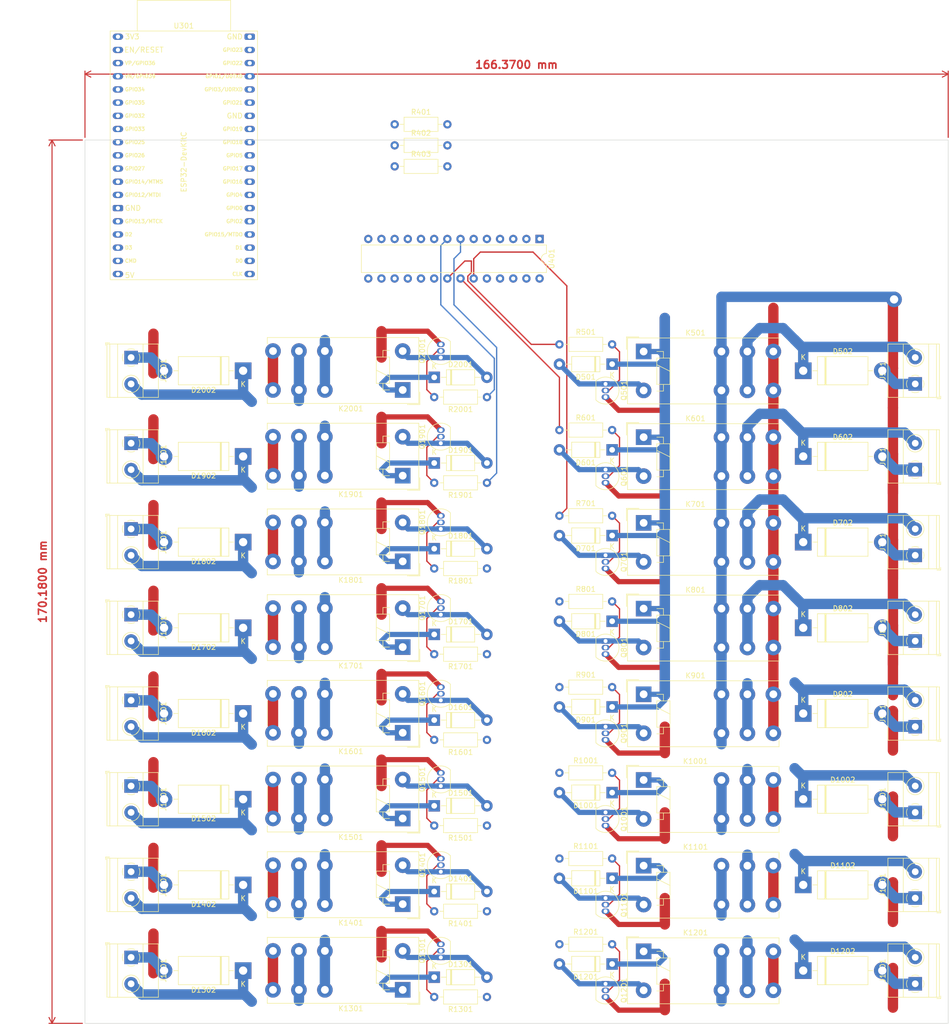
<source format=kicad_pcb>
(kicad_pcb (version 20211014) (generator pcbnew)

  (general
    (thickness 1.6)
  )

  (paper "A4")
  (layers
    (0 "F.Cu" signal)
    (31 "B.Cu" signal)
    (32 "B.Adhes" user "B.Adhesive")
    (33 "F.Adhes" user "F.Adhesive")
    (34 "B.Paste" user)
    (35 "F.Paste" user)
    (36 "B.SilkS" user "B.Silkscreen")
    (37 "F.SilkS" user "F.Silkscreen")
    (38 "B.Mask" user)
    (39 "F.Mask" user)
    (40 "Dwgs.User" user "User.Drawings")
    (41 "Cmts.User" user "User.Comments")
    (42 "Eco1.User" user "User.Eco1")
    (43 "Eco2.User" user "User.Eco2")
    (44 "Edge.Cuts" user)
    (45 "Margin" user)
    (46 "B.CrtYd" user "B.Courtyard")
    (47 "F.CrtYd" user "F.Courtyard")
    (48 "B.Fab" user)
    (49 "F.Fab" user)
    (50 "User.1" user "Nutzer.1")
    (51 "User.2" user "Nutzer.2")
    (52 "User.3" user "Nutzer.3")
    (53 "User.4" user "Nutzer.4")
    (54 "User.5" user "Nutzer.5")
    (55 "User.6" user "Nutzer.6")
    (56 "User.7" user "Nutzer.7")
    (57 "User.8" user "Nutzer.8")
    (58 "User.9" user "Nutzer.9")
  )

  (setup
    (stackup
      (layer "F.SilkS" (type "Top Silk Screen"))
      (layer "F.Paste" (type "Top Solder Paste"))
      (layer "F.Mask" (type "Top Solder Mask") (thickness 0.01))
      (layer "F.Cu" (type "copper") (thickness 0.035))
      (layer "dielectric 1" (type "core") (thickness 1.51) (material "FR4") (epsilon_r 4.5) (loss_tangent 0.02))
      (layer "B.Cu" (type "copper") (thickness 0.035))
      (layer "B.Mask" (type "Bottom Solder Mask") (thickness 0.01))
      (layer "B.Paste" (type "Bottom Solder Paste"))
      (layer "B.SilkS" (type "Bottom Silk Screen"))
      (copper_finish "None")
      (dielectric_constraints no)
    )
    (pad_to_mask_clearance 0)
    (pcbplotparams
      (layerselection 0x00010fc_ffffffff)
      (disableapertmacros false)
      (usegerberextensions false)
      (usegerberattributes true)
      (usegerberadvancedattributes true)
      (creategerberjobfile true)
      (svguseinch false)
      (svgprecision 6)
      (excludeedgelayer true)
      (plotframeref false)
      (viasonmask false)
      (mode 1)
      (useauxorigin false)
      (hpglpennumber 1)
      (hpglpenspeed 20)
      (hpglpendiameter 15.000000)
      (dxfpolygonmode true)
      (dxfimperialunits true)
      (dxfusepcbnewfont true)
      (psnegative false)
      (psa4output false)
      (plotreference true)
      (plotvalue true)
      (plotinvisibletext false)
      (sketchpadsonfab false)
      (subtractmaskfromsilk false)
      (outputformat 1)
      (mirror false)
      (drillshape 1)
      (scaleselection 1)
      (outputdirectory "")
    )
  )

  (net 0 "")
  (net 1 "+12V")
  (net 2 "/Digital/Relais Ansteuerung/C")
  (net 3 "/Digital/Relais Ansteuerung/A")
  (net 4 "/Digital/Relais Ansteuerung/D")
  (net 5 "/Digital/Relais Ansteuerung/B")
  (net 6 "Net-(Q501-Pad2)")
  (net 7 "GND")
  (net 8 "Net-(Q601-Pad2)")
  (net 9 "Net-(Q701-Pad2)")
  (net 10 "Net-(Q801-Pad2)")
  (net 11 "Net-(Q901-Pad2)")
  (net 12 "Net-(Q1001-Pad2)")
  (net 13 "Net-(Q1101-Pad2)")
  (net 14 "Net-(Q1201-Pad2)")
  (net 15 "Net-(Q1301-Pad2)")
  (net 16 "Net-(Q1401-Pad2)")
  (net 17 "Net-(Q1501-Pad2)")
  (net 18 "Net-(Q1601-Pad2)")
  (net 19 "Net-(Q1701-Pad2)")
  (net 20 "Net-(Q1801-Pad2)")
  (net 21 "Net-(Q1901-Pad2)")
  (net 22 "Net-(Q2001-Pad2)")
  (net 23 "/Digital/Relais Ansteuerung/Relais0/On")
  (net 24 "/Digital/Relais Ansteuerung/Relais1/On")
  (net 25 "/Digital/Relais Ansteuerung/Relais2/On")
  (net 26 "/Digital/Relais Ansteuerung/Relais3/On")
  (net 27 "/Digital/Relais Ansteuerung/Relais4/On")
  (net 28 "/Digital/Relais Ansteuerung/Relais5/On")
  (net 29 "/Digital/Relais Ansteuerung/Relais6/On")
  (net 30 "/Digital/Relais Ansteuerung/Relais7/On")
  (net 31 "/Digital/Relais Ansteuerung/Relais8/On")
  (net 32 "/Digital/Relais Ansteuerung/Relais9/On")
  (net 33 "/Digital/Relais Ansteuerung/Relais10/On")
  (net 34 "/Digital/Relais Ansteuerung/Relais11/On")
  (net 35 "/Digital/Relais Ansteuerung/Relais12/On")
  (net 36 "/Digital/Relais Ansteuerung/Relais13/On")
  (net 37 "/Digital/Relais Ansteuerung/Relais14/On")
  (net 38 "/Digital/Relais Ansteuerung/Relais15/On")
  (net 39 "+3V3")
  (net 40 "unconnected-(U301-Pad2)")
  (net 41 "unconnected-(U301-Pad3)")
  (net 42 "unconnected-(U301-Pad4)")
  (net 43 "unconnected-(U301-Pad5)")
  (net 44 "unconnected-(U301-Pad6)")
  (net 45 "unconnected-(U301-Pad7)")
  (net 46 "unconnected-(U301-Pad8)")
  (net 47 "unconnected-(U301-Pad9)")
  (net 48 "unconnected-(U301-Pad10)")
  (net 49 "unconnected-(U301-Pad11)")
  (net 50 "unconnected-(U301-Pad12)")
  (net 51 "unconnected-(U301-Pad13)")
  (net 52 "unconnected-(U301-Pad14)")
  (net 53 "unconnected-(U301-Pad15)")
  (net 54 "unconnected-(U301-Pad16)")
  (net 55 "unconnected-(U301-Pad17)")
  (net 56 "unconnected-(U301-Pad18)")
  (net 57 "unconnected-(U301-Pad19)")
  (net 58 "/Digital/SCL")
  (net 59 "/Digital/SDA")
  (net 60 "unconnected-(U301-Pad22)")
  (net 61 "unconnected-(U301-Pad23)")
  (net 62 "unconnected-(U301-Pad24)")
  (net 63 "unconnected-(U301-Pad25)")
  (net 64 "unconnected-(U301-Pad26)")
  (net 65 "unconnected-(U301-Pad27)")
  (net 66 "unconnected-(U301-Pad28)")
  (net 67 "unconnected-(U301-Pad29)")
  (net 68 "unconnected-(U301-Pad30)")
  (net 69 "unconnected-(U301-Pad31)")
  (net 70 "unconnected-(U301-Pad32)")
  (net 71 "unconnected-(U301-Pad33)")
  (net 72 "unconnected-(U301-Pad34)")
  (net 73 "unconnected-(U301-Pad35)")
  (net 74 "unconnected-(U301-Pad36)")
  (net 75 "unconnected-(U301-Pad37)")
  (net 76 "unconnected-(U301-Pad38)")
  (net 77 "unconnected-(U401-Pad11)")
  (net 78 "unconnected-(U401-Pad14)")
  (net 79 "~{Reset}")
  (net 80 "/Digital/Relais Ansteuerung/IntA")
  (net 81 "/Digital/Relais Ansteuerung/IntB")
  (net 82 "/Digital/Relais Ansteuerung/Relais0/AB")
  (net 83 "/Digital/Relais Ansteuerung/Relais1/AB")
  (net 84 "/Digital/Relais Ansteuerung/Relais2/AB")
  (net 85 "/Digital/Relais Ansteuerung/Relais3/AB")
  (net 86 "/Digital/Relais Ansteuerung/Relais4/AB")
  (net 87 "/Digital/Relais Ansteuerung/Relais5/AB")
  (net 88 "/Digital/Relais Ansteuerung/Relais6/AB")
  (net 89 "/Digital/Relais Ansteuerung/Relais7/AB")
  (net 90 "/Digital/Relais Ansteuerung/Relais8/AB")
  (net 91 "/Digital/Relais Ansteuerung/Relais9/AB")
  (net 92 "/Digital/Relais Ansteuerung/Relais10/AB")
  (net 93 "/Digital/Relais Ansteuerung/Relais11/AB")
  (net 94 "/Digital/Relais Ansteuerung/Relais12/AB")
  (net 95 "/Digital/Relais Ansteuerung/Relais13/AB")
  (net 96 "/Digital/Relais Ansteuerung/Relais14/AB")
  (net 97 "/Digital/Relais Ansteuerung/Relais15/AB")
  (net 98 "/Digital/Relais Ansteuerung/Relais0/mitte")
  (net 99 "/Digital/Relais Ansteuerung/Relais1/mitte")
  (net 100 "/Digital/Relais Ansteuerung/Relais2/mitte")
  (net 101 "/Digital/Relais Ansteuerung/Relais3/mitte")
  (net 102 "/Digital/Relais Ansteuerung/Relais4/mitte")
  (net 103 "/Digital/Relais Ansteuerung/Relais5/mitte")
  (net 104 "/Digital/Relais Ansteuerung/Relais6/mitte")
  (net 105 "/Digital/Relais Ansteuerung/Relais7/mitte")
  (net 106 "/Digital/Relais Ansteuerung/Relais8/mitte")
  (net 107 "/Digital/Relais Ansteuerung/Relais9/mitte")
  (net 108 "/Digital/Relais Ansteuerung/Relais10/mitte")
  (net 109 "/Digital/Relais Ansteuerung/Relais11/mitte")
  (net 110 "/Digital/Relais Ansteuerung/Relais12/mitte")
  (net 111 "/Digital/Relais Ansteuerung/Relais13/mitte")
  (net 112 "/Digital/Relais Ansteuerung/Relais14/mitte")
  (net 113 "/Digital/Relais Ansteuerung/Relais15/mitte")

  (footprint "Relay_THT:Relay_DPDT_Finder_40.52" (layer "F.Cu") (at 167.9175 156.1075 180))

  (footprint "Resistor_THT:R_Axial_DIN0207_L6.3mm_D2.5mm_P10.16mm_Horizontal" (layer "F.Cu") (at 184.15 140.97 180))

  (footprint "Relay_THT:Relay_DPDT_Finder_40.52" (layer "F.Cu") (at 214.3525 165.2025))

  (footprint "Diode_THT:D_DO-201AD_P15.24mm_Horizontal" (layer "F.Cu") (at 245.11 119.38))

  (footprint "Resistor_THT:R_Axial_DIN0207_L6.3mm_D2.5mm_P10.16mm_Horizontal" (layer "F.Cu") (at 184.15 157.48 180))

  (footprint "TerminalBlock_Phoenix:TerminalBlock_Phoenix_MKDS-1,5-2-5.08_1x02_P5.08mm_Horizontal" (layer "F.Cu") (at 115.57 166.37 -90))

  (footprint "Resistor_THT:R_Axial_DIN0207_L6.3mm_D2.5mm_P10.16mm_Horizontal" (layer "F.Cu") (at 184.15 124.46 180))

  (footprint "TerminalBlock_Phoenix:TerminalBlock_Phoenix_MKDS-1,5-2-5.08_1x02_P5.08mm_Horizontal" (layer "F.Cu") (at 266.7 88.9 90))

  (footprint "Diode_THT:D_DO-201AD_P15.24mm_Horizontal" (layer "F.Cu") (at 137.16 152.4 180))

  (footprint "TerminalBlock_Phoenix:TerminalBlock_Phoenix_MKDS-1,5-2-5.08_1x02_P5.08mm_Horizontal" (layer "F.Cu") (at 115.57 83.82 -90))

  (footprint "TerminalBlock_Phoenix:TerminalBlock_Phoenix_MKDS-1,5-2-5.08_1x02_P5.08mm_Horizontal" (layer "F.Cu") (at 115.57 67.31 -90))

  (footprint "Diode_THT:D_DO-201AD_P15.24mm_Horizontal" (layer "F.Cu") (at 245.11 102.87))

  (footprint "Diode_THT:D_DO-41_SOD81_P10.16mm_Horizontal" (layer "F.Cu") (at 173.99 71.12))

  (footprint "Relay_THT:Relay_DPDT_Finder_40.52" (layer "F.Cu") (at 167.9175 106.5775 180))

  (footprint "Package_TO_SOT_THT:TO-92_Inline" (layer "F.Cu") (at 175.26 149.86 90))

  (footprint "Diode_THT:D_DO-41_SOD81_P10.16mm_Horizontal" (layer "F.Cu") (at 173.99 54.61))

  (footprint "TerminalBlock_Phoenix:TerminalBlock_Phoenix_MKDS-1,5-2-5.08_1x02_P5.08mm_Horizontal" (layer "F.Cu") (at 266.7 171.45 90))

  (footprint "Diode_THT:D_DO-201AD_P15.24mm_Horizontal" (layer "F.Cu") (at 137.16 135.89 180))

  (footprint "Relay_THT:Relay_DPDT_Finder_40.52" (layer "F.Cu") (at 167.9175 139.5975 180))

  (footprint "Relay_THT:Relay_DPDT_Finder_40.52" (layer "F.Cu") (at 214.3525 99.1625))

  (footprint "Package_TO_SOT_THT:TO-92_Inline" (layer "F.Cu") (at 175.26 67.31 90))

  (footprint "TerminalBlock_Phoenix:TerminalBlock_Phoenix_MKDS-1,5-2-5.08_1x02_P5.08mm_Horizontal" (layer "F.Cu") (at 266.7 154.94 90))

  (footprint "Package_TO_SOT_THT:TO-92_Inline" (layer "F.Cu") (at 175.26 116.84 90))

  (footprint "Relay_THT:Relay_DPDT_Finder_40.52" (layer "F.Cu") (at 214.3525 132.1825))

  (footprint "Package_TO_SOT_THT:TO-92_Inline" (layer "F.Cu") (at 207.01 88.9 -90))

  (footprint "Diode_THT:D_DO-41_SOD81_P10.16mm_Horizontal" (layer "F.Cu") (at 173.99 104.14))

  (footprint "Resistor_THT:R_Axial_DIN0207_L6.3mm_D2.5mm_P10.16mm_Horizontal" (layer "F.Cu") (at 184.15 74.93 180))

  (footprint "Resistor_THT:R_Axial_DIN0207_L6.3mm_D2.5mm_P10.16mm_Horizontal" (layer "F.Cu") (at 184.15 107.95 180))

  (footprint "Diode_THT:D_DO-201AD_P15.24mm_Horizontal" (layer "F.Cu") (at 245.11 69.85))

  (footprint "Diode_THT:D_DO-201AD_P15.24mm_Horizontal" (layer "F.Cu") (at 245.11 53.34))

  (footprint "Resistor_THT:R_Axial_DIN0207_L6.3mm_D2.5mm_P10.16mm_Horizontal" (layer "F.Cu") (at 184.15 58.42 180))

  (footprint "Diode_THT:D_DO-41_SOD81_P10.16mm_Horizontal" (layer "F.Cu") (at 208.28 52.07 180))

  (footprint "TerminalBlock_Phoenix:TerminalBlock_Phoenix_MKDS-1,5-2-5.08_1x02_P5.08mm_Horizontal" (layer "F.Cu") (at 266.7 105.41 90))

  (footprint "Package_TO_SOT_THT:TO-92_Inline" (layer "F.Cu") (at 207.01 72.39 -90))

  (footprint "Diode_THT:D_DO-41_SOD81_P10.16mm_Horizontal" (layer "F.Cu") (at 173.99 120.65))

  (footprint "Package_TO_SOT_THT:TO-92_Inline" (layer "F.Cu") (at 207.01 138.43 -90))

  (footprint "Package_DIP:DIP-28_W7.62mm" (layer "F.Cu")
    (tedit 5A02E8C5) (tstamp 5a3299ad-be40-44c6-a132-db9976149cfe)
    (at 194.3 27.95 -90)
    (descr "28-lead though-hole mounted DIP package, row spacing 7.62 mm (300 mils)")
    (tags "THT DIP DIL PDIP 2.54mm 7.62mm 300mil")
    (property "Sheetfile" "RelaisAnsteuerung.kicad_sch")
    (property "Sheetname" "Relais Ansteuerung")
    (path "/c7d0284b-26f3-46a0-a20a-63616420e27a/e5b83e64-c70c-4e3c-91cb-1e480aa92410/902dbd01-7f47-407b-a5b6-1dfaff57274b")
    (attr through_hole)
    (fp_text reference "U401" (at 3.81 -2.33 90) (layer "F.SilkS")
      (effects (font (size 1 1) (thickness 0.15)))
      (tstamp 57ab1cb4-e8ec-4ae2-8b1e-a2da2fbc64d0)
    )
    (fp_text value "MCP23017_SP" (at 3.81 35.35 90) (layer "F.Fab")
      (effects (font (size 1 1) (thickness 0.15)))
      (tstamp b3989580-bbcb-4057-8952-abc10c94d7ab)
    )
    (fp_text user "${REFERENCE}" (at 3.81 16.51 90) (layer "F.Fab")
      (effects (font (size 1 1) (thickness 0.15)))
      (tstamp 379332a1-8d8a-479b-96b3-41aca0b414b0)
    )
    (fp_line (start 2.81 -1.33) (end 1.16 -1.33) (layer "F.SilkS") (width 0.12) (tstamp 65346526-aa6e-47b4-a67f-fc4b21047838))
    (fp_line (start 6.46 -1.33) (end 4.81 -1.33) (layer "F.SilkS") (width 0.12) (tstamp 6aae8936-52ab-4d22-a040-b628105b46f5))
    (fp_line (start 1.16 34.35) (end 6.46 34.35) (layer "F.SilkS") (width 0.12) (tstamp 7fbd2070-8c6c-4c9b-83ce-62e0461ac5ca))
    (fp_line (start 1.16 -1.33) (end 1.16 34.35) (layer "F.SilkS") (width 0.12) (tstamp afb27458-b163-4f20-908f-0a88e1883e94))
    (fp_line (start 6.46 34.35) (end 6.46 -1.33) (layer "F.SilkS") (width 0.12) (tstamp e6e0c7b0-a3eb-46ec-bd2a-4096e0dae634))
    (fp_arc (start 4.81 -1.33) (mid 3.81 -0.33) (end 2.81 -1.33) (layer "F.SilkS") (width 0.12) (tstamp e20f606a-4d4f-43f8-a3af-28b352c93b15))
    (fp_line (start -1.1 -1.55) (end -1.1 34.55) (layer "F.CrtYd") (width 0.05) (tstamp 77e618af-3092-4ac6-84a1-0ce5ed70c5f7))
    (fp_line (start 8.7 -1.55) (end -1.1 -1.55) (layer "F.CrtYd") (width 0.05) (tstamp 7f07e5a2-bf88-4f06-901d-e6c964e26090))
    (fp_line (start -1.1 34.55) (end 8.7 34.55) (layer "F.CrtYd") (width 0.05) (tstamp d9311266-a696-48b1-beb3-39ecf47ca08c))
    (fp_line (start 8.7 34.55) (end 8.7 -1.55) (layer "F.CrtYd") (width 0.05) (tstamp e509a114-efd0-48b2-a1b9-080f5ade1741))
    (fp_line (start 1.635 -1.27) (end 6.985 -1.27) (layer "F.Fab") (width 0.1) (tstamp 0ddc5984-aede-451a-a734-23522e1190e2))
    (fp_line (start 6.985 -1.27) (end 6.985 34.29) (layer "F.Fab") (width 0.1) (tstamp 15764b6d-21c5-46b6-83fb-e2f4cf2a9fa9))
    (fp_line (start 0.635 -0.27) (end 1.635 -1.27) (layer "F.Fab") (width 0.1) (tstamp 43f2d822-57d2-424d-ad1b-df69f729c8de))
    (fp_line (start 0.635 34.29) (end 0.635 -0.27) (layer "F.Fab") (width 0.1) (tstamp e84c6a87-b9e6-4fe1-8805-5fb894b338ad))
    (fp_line (start 6.985 34.29) (end 0.635 34.29) (layer "F.Fab") (width 0.1) (tstamp f0027f77-390e-47d3-b2f9-498b135fc53f))
    (pad "1" thru_hole rect (at 0 0 270) (size 1.6 1.6) (drill 0.8) (layers *.Cu *.Mask)
      (net 31 "/Digital/Relais Ansteuerung/Relais8/On") (pinfunction "GPB0") (pintype "bidirectional") (tstamp 894589f7-602d-4e27-af03-f90310b9aea1))
    (pad "2" thru_hole oval (at 0 2.54 270) (size 1.6 1.6) (drill 0.8) (layers *.Cu *.Mask)
      (net 32 "/Digital/Relais Ansteuerung/Relais9/On") (pinfunction "GPB1") (pintype "bidirectional") (tstamp 65c005f9-20bd-425e-9f40-7e8ba11de5c9))
    (pad "3" thru_hole oval (at 0 5.08 270) (size 1.6 1.6) (drill 0.8) (layers *.Cu *.Mask)
      (net 33 "/Digital/Relais Ansteuerung/Relais10/On") (pinfunction "GPB2") (pintype "bidirectional") (tstamp 8e84fca4-c2b0-41a6-b705-5c80fdce3bd6))
    (pad "4" thru_hole oval (at 0 7.62 270) (size 1.6 1.6) (drill 0.8) (layers *.Cu *.Mask)
      (net 34 "/Digital/Relais Ansteuerung/Relais11/On") (pinfunction "GPB3") (pintype "bidirectional") (tstamp 66d6735d-8ba3-4f1c-ba67-f8c4616ddf1c))
    (pad "5" thru_hole oval (at 0 10.16 270) (size 1.6 1.6) (drill 0.8) (layers *.Cu *.Mask)
      (net 35 "/Digital/Relais Ansteuerung/Relais12/On") (pinfunction "GPB4") (pintype "bidirectional") (tstamp f88c4e2c-2e9e-432e-8d39-ce4c7a88b737))
    (pad "6" thru_hole oval (at 0 12.7 270) (size 1.6 1.6) (drill 0.8) (layers *.Cu *.Mask)
      (net 36 "/Digital/Relais Ansteuerung/Relais13/On") (pinfunction "GPB5") (pintype "bidirectional") (tstamp c6b8d091-3f41-4df8-b6b7-ac83b0dc46ed))
    (pad "7" thru_hole oval (at 0 15.24 270) (size 1.6 1.6) (drill 0.8) (layers *.Cu *.Mask)
      (net 37 "/Digital/Relais Ansteuerung/Relais14/On") (pinfunction "GPB6") (pintype "bidirectional") (tstamp ad6d2525-ed9e-4405-9d2f-e98c65f16ef0))
    (pad "8" thru_hole oval (at 0 17.78 270) (size 1.6 1.6) (drill 0.8) (layers *.Cu *.Mask)
      (net 38 "/Digital/Relais Ansteuerung/Relais15/On") (pinfunction "GPB7") (pintype "bidirectional") (tstamp f87f32d3-3102-4abb-8c87-c884631cbeb3))
    (pad "9" thru_hole oval (at 0 20.32 270) (size 1.6 1.6) (drill 0.8) (layers *.Cu *.Mask)
      (net 39 "+3V3") (pinfunction "VDD") (pintype "power_in") (tstamp 4590e753-1deb-4c49-8fb2-04120c58341d))
    (pad "10" thru_hole oval (at 0 22.86 270) (size 1.6 1.6) (drill 0.8) (layers *.Cu *.Mask)
      (net 7 "GND") (pinfunction "VSS") (pintype "power_in") (tstamp 508a6387-fcb1-4c75-90c2-ea236760b1a2))
    (pad "11" thru_hole oval (at 0 25.4 270) (size 1.6 1.6) (drill 0.8) (layers *.Cu *.Mask)
      (net 77 "unconnected-(U401-Pad11)") (pinfunction "NC") (pintype "no_connect") (tstamp 0030b000-cdfb-4c9a-b9d4-c34396f79e19))
    (pad "12" thru_hole oval (at 0 27.94 270) (size 1.6 1.6) (drill 0.8) (layers *.Cu *.Mask)
      (net 58 "/Digital/SCL") (pinfunction "SCK") (pintype "input") (tstamp f16b3ae6-e62b-412a-96f7-02b48249e088))
    (pad "13" thru_hole oval (at 0 30.48 270) (size 1.6 1.6) (drill 0.8) (layers *.Cu *.Mask)
      (net 59 "/Digital/SDA") (pinfunction "SDA") (pintype "bidirectional") (tstamp 453f3033-02df-4ee2-a50f-65e8dd85192e))
    (pad "14" thru_hole oval (at 0 33.02 270) (size 1.6 1.6) (drill 0.8) (layers *.Cu *.Mask)
      (net 78 "unconnected-(U401-Pad14)") (pinfunction "NC") (pintype "no_connect") (tstamp 51c72291-48dd-4ea9-962e-c3e35858e0af))
    (pad "15" thru_hole oval (at 7.62 33.02 270) (size 1.6 1.6) (drill 0.8) (layers *.Cu *.Mask)
      (net 7 "GND") (pinfunction "A0") (pintype "input") (tstamp 4c11bc08-d4ee-477f-aae0-e83a63b394e9))
    (pad "16" thru_hole oval (at 7.62 30.48 270) (size 1.6 1.6) (drill 0.8) (layers *.Cu *.Mask)
      (net 7 "GND") (pinfunction "A1") (pintype "input") (tstamp ffa9a697-48a5-4f9e-9e3e-a726cb7aee62))
    (pad "17" thru_hole oval (at 7.62 27.94 270) (size 1.6 1.6) (drill 0.8) (layers *.Cu *.Mask)
      (net 7 "GND") (pinfunction "A2") (pintype "input") (tstamp 97b05ffa-99ce-4845-8570-554bf8c013d6))
    (pad "18" thru_hole oval (at 7.62 25.4 270) (size 1.6 1.6) (drill 0.8) (layers *.Cu *.Mask)
      (net 79 "~{Reset}") (pinfunction "~{RESET}") (pintype "input") (tstamp 9540fed3-8600-4c3f-9d26-ba284bde46b7))
    (pad "19" thru_hole oval (at 7.62 22.86 270) (size 1.6 1.6) (drill 0.8) (layers *.Cu *.Mask)
      (net 80 "/Digital/Relais Ansteuerung/IntA") (pinfunction "INTB") (pintype "tri_state") (tstamp d34ea434-173a-491d-9c2e-a4a08b1970f7))
    (pad "20" thru_hole oval (at 7.62 20.32 270) (size 1.6 1.6) (drill 0.8) (layers *.Cu *.Mask)
      (net 81 "/Digital/Relais Ansteuerung/IntB") (pinfunction "INTA") (pintype "tri_state") (tstamp 625edf84-e531-4dae-92dd-41ab1ab277ed))
    (pad "21" thru_hole oval (at 7.62 17.78 270) (size 1.6 1.6) (drill 0.8) (layers *.Cu *.Mask)
      (net 23 "/Digital/Relais Ansteuerung/Relais0/On") (pinfunction "GPA0") (pintype "bidirectional") (tstamp f1b6a4a1-5b85-4f89-88e2-ae320078c96f))
    (pad "22" thru_hole oval (at 7.62 15.24 270) (size 1.6 1.6) (drill 0.8) (layers *.Cu *.Mask)
      (net 24 "/Digital/Relais Ansteuerung/Relais1/On") (pinfunction "GPA1") (pintype "bidirectional") (tstamp da88d496-f97d-471e-8ec1-87e9f14350ed))
    (pad "23" thru_hole oval (at 7.62 12.7 270) (size 1.6 1.6) (drill 0.8) (layers *.Cu *.Mask)
      (net 25 "/Digital/Relais Ansteuerung/Relais2/On") (pinfunction "GPA2") (pintype "bidirectional") (tstamp 72be34be-af12-4fbf-8684-3afb8ed05e0e))
    (pad "24" thru_hole oval (at 7.62 10.16 270) (size 1.6 1.6) (drill 0.8) (layers *.Cu *.Mask)
      (net 26 "/Digital/Relais Ansteuerung/Relais3/On") (pinfunction "GPA3") (pintype "bidirectional") (tstamp 6712ff8a-031f-4766-b8a2-2a099eb569a4))
    (pad "25" thru_hole oval (at 7.62 7.62 270) (size 1.6 1.6) (drill 0.8) (layers *.Cu *.Mask)
      (net 27 "/Digital/Relais Ansteuerung/Relais4/On") (pinfunction "GPA4") (pintype "bidirectional") (tstamp fed80fc2-e053-4c4e-90e8-f808e485a0f4))
    (pad "26" thru_hole oval (at 7.62 5.08 270) (size 1.6 1.6) (drill 0.8) (layers *.Cu *.Mask)
      (net 28 "/Digital/Relais Ansteuerung/Relais5/On") (pinfunction "GPA5") (pintype "bidirectional") (tstamp a7d4a55f-6b9a-4a3b-8f46-6af69e8300cc))
    (pad "27" thru_hole oval (at 7.62 2.54 270) (size 1.6 1.6) (drill 0.8) (layers *.Cu *.Mask)
      (net 29 "/Digital/Relais Ansteuerung/Relais6/On") (pinfunction "GPA6") (pintype "bidirectional") (tstamp fa3c198f-c357-4b4a-a000-9045ecc61667))
    (pad "28" thru_hole oval (at 7.62 0 270) (size 1.6 1.6) (drill 0.8) (layers *.Cu *.Mask)
      (net 30 "/Digital/Relais Ansteuerung/Relais7/On") (pinfunction "GPA7") (pintype "bidirectional") (tstamp 23228a8a-8d4e-4b2b-a37c-45679e015d95))
    (model "${KICAD6_3DMODEL
... [408717 chars truncated]
</source>
